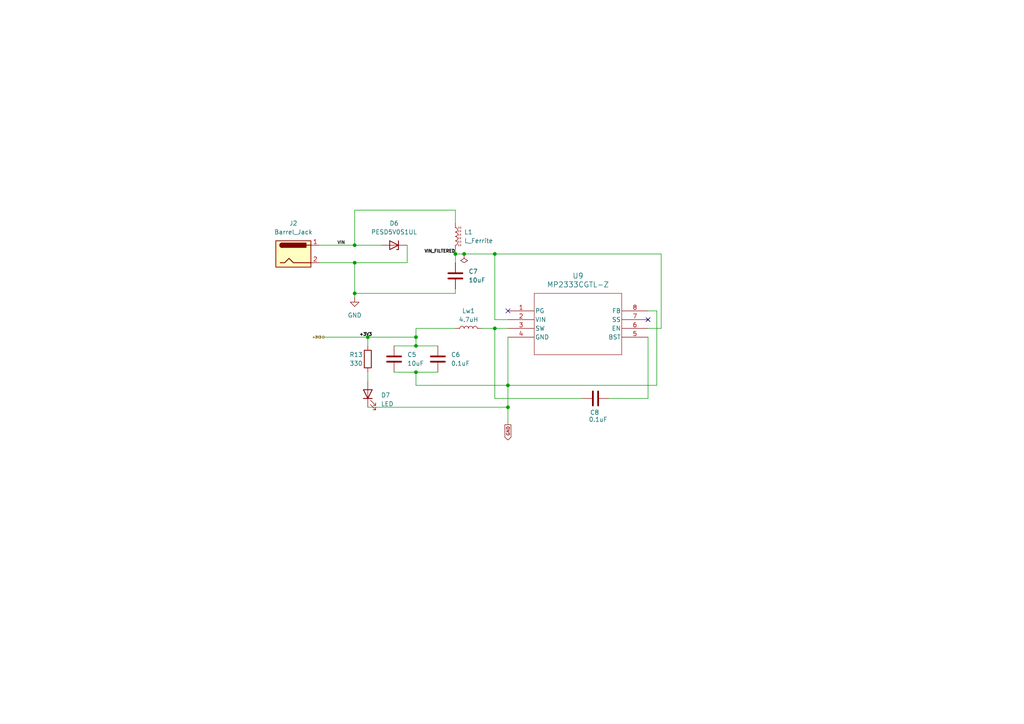
<source format=kicad_sch>
(kicad_sch
	(version 20250114)
	(generator "eeschema")
	(generator_version "9.0")
	(uuid "f61a3200-c54a-4e92-909d-9e48334055fc")
	(paper "A4")
	(lib_symbols
		(symbol "Connector:Barrel_Jack"
			(pin_names
				(offset 1.016)
			)
			(exclude_from_sim no)
			(in_bom yes)
			(on_board yes)
			(property "Reference" "J"
				(at 0 5.334 0)
				(effects
					(font
						(size 1.27 1.27)
					)
				)
			)
			(property "Value" "Barrel_Jack"
				(at 0 -5.08 0)
				(effects
					(font
						(size 1.27 1.27)
					)
				)
			)
			(property "Footprint" ""
				(at 1.27 -1.016 0)
				(effects
					(font
						(size 1.27 1.27)
					)
					(hide yes)
				)
			)
			(property "Datasheet" "~"
				(at 1.27 -1.016 0)
				(effects
					(font
						(size 1.27 1.27)
					)
					(hide yes)
				)
			)
			(property "Description" "DC Barrel Jack"
				(at 0 0 0)
				(effects
					(font
						(size 1.27 1.27)
					)
					(hide yes)
				)
			)
			(property "ki_keywords" "DC power barrel jack connector"
				(at 0 0 0)
				(effects
					(font
						(size 1.27 1.27)
					)
					(hide yes)
				)
			)
			(property "ki_fp_filters" "BarrelJack*"
				(at 0 0 0)
				(effects
					(font
						(size 1.27 1.27)
					)
					(hide yes)
				)
			)
			(symbol "Barrel_Jack_0_1"
				(rectangle
					(start -5.08 3.81)
					(end 5.08 -3.81)
					(stroke
						(width 0.254)
						(type default)
					)
					(fill
						(type background)
					)
				)
				(polyline
					(pts
						(xy -3.81 -2.54) (xy -2.54 -2.54) (xy -1.27 -1.27) (xy 0 -2.54) (xy 2.54 -2.54) (xy 5.08 -2.54)
					)
					(stroke
						(width 0.254)
						(type default)
					)
					(fill
						(type none)
					)
				)
				(arc
					(start -3.302 1.905)
					(mid -3.9343 2.54)
					(end -3.302 3.175)
					(stroke
						(width 0.254)
						(type default)
					)
					(fill
						(type none)
					)
				)
				(arc
					(start -3.302 1.905)
					(mid -3.9343 2.54)
					(end -3.302 3.175)
					(stroke
						(width 0.254)
						(type default)
					)
					(fill
						(type outline)
					)
				)
				(rectangle
					(start 3.683 3.175)
					(end -3.302 1.905)
					(stroke
						(width 0.254)
						(type default)
					)
					(fill
						(type outline)
					)
				)
				(polyline
					(pts
						(xy 5.08 2.54) (xy 3.81 2.54)
					)
					(stroke
						(width 0.254)
						(type default)
					)
					(fill
						(type none)
					)
				)
			)
			(symbol "Barrel_Jack_1_1"
				(pin passive line
					(at 7.62 2.54 180)
					(length 2.54)
					(name "~"
						(effects
							(font
								(size 1.27 1.27)
							)
						)
					)
					(number "1"
						(effects
							(font
								(size 1.27 1.27)
							)
						)
					)
				)
				(pin passive line
					(at 7.62 -2.54 180)
					(length 2.54)
					(name "~"
						(effects
							(font
								(size 1.27 1.27)
							)
						)
					)
					(number "2"
						(effects
							(font
								(size 1.27 1.27)
							)
						)
					)
				)
			)
			(embedded_fonts no)
		)
		(symbol "Device:C"
			(pin_numbers
				(hide yes)
			)
			(pin_names
				(offset 0.254)
			)
			(exclude_from_sim no)
			(in_bom yes)
			(on_board yes)
			(property "Reference" "C"
				(at 0.635 2.54 0)
				(effects
					(font
						(size 1.27 1.27)
					)
					(justify left)
				)
			)
			(property "Value" "C"
				(at 0.635 -2.54 0)
				(effects
					(font
						(size 1.27 1.27)
					)
					(justify left)
				)
			)
			(property "Footprint" ""
				(at 0.9652 -3.81 0)
				(effects
					(font
						(size 1.27 1.27)
					)
					(hide yes)
				)
			)
			(property "Datasheet" "~"
				(at 0 0 0)
				(effects
					(font
						(size 1.27 1.27)
					)
					(hide yes)
				)
			)
			(property "Description" "Unpolarized capacitor"
				(at 0 0 0)
				(effects
					(font
						(size 1.27 1.27)
					)
					(hide yes)
				)
			)
			(property "ki_keywords" "cap capacitor"
				(at 0 0 0)
				(effects
					(font
						(size 1.27 1.27)
					)
					(hide yes)
				)
			)
			(property "ki_fp_filters" "C_*"
				(at 0 0 0)
				(effects
					(font
						(size 1.27 1.27)
					)
					(hide yes)
				)
			)
			(symbol "C_0_1"
				(polyline
					(pts
						(xy -2.032 0.762) (xy 2.032 0.762)
					)
					(stroke
						(width 0.508)
						(type default)
					)
					(fill
						(type none)
					)
				)
				(polyline
					(pts
						(xy -2.032 -0.762) (xy 2.032 -0.762)
					)
					(stroke
						(width 0.508)
						(type default)
					)
					(fill
						(type none)
					)
				)
			)
			(symbol "C_1_1"
				(pin passive line
					(at 0 3.81 270)
					(length 2.794)
					(name "~"
						(effects
							(font
								(size 1.27 1.27)
							)
						)
					)
					(number "1"
						(effects
							(font
								(size 1.27 1.27)
							)
						)
					)
				)
				(pin passive line
					(at 0 -3.81 90)
					(length 2.794)
					(name "~"
						(effects
							(font
								(size 1.27 1.27)
							)
						)
					)
					(number "2"
						(effects
							(font
								(size 1.27 1.27)
							)
						)
					)
				)
			)
			(embedded_fonts no)
		)
		(symbol "Device:L"
			(pin_numbers
				(hide yes)
			)
			(pin_names
				(offset 1.016)
				(hide yes)
			)
			(exclude_from_sim no)
			(in_bom yes)
			(on_board yes)
			(property "Reference" "L"
				(at -1.27 0 90)
				(effects
					(font
						(size 1.27 1.27)
					)
				)
			)
			(property "Value" "L"
				(at 1.905 0 90)
				(effects
					(font
						(size 1.27 1.27)
					)
				)
			)
			(property "Footprint" ""
				(at 0 0 0)
				(effects
					(font
						(size 1.27 1.27)
					)
					(hide yes)
				)
			)
			(property "Datasheet" "~"
				(at 0 0 0)
				(effects
					(font
						(size 1.27 1.27)
					)
					(hide yes)
				)
			)
			(property "Description" "Inductor"
				(at 0 0 0)
				(effects
					(font
						(size 1.27 1.27)
					)
					(hide yes)
				)
			)
			(property "ki_keywords" "inductor choke coil reactor magnetic"
				(at 0 0 0)
				(effects
					(font
						(size 1.27 1.27)
					)
					(hide yes)
				)
			)
			(property "ki_fp_filters" "Choke_* *Coil* Inductor_* L_*"
				(at 0 0 0)
				(effects
					(font
						(size 1.27 1.27)
					)
					(hide yes)
				)
			)
			(symbol "L_0_1"
				(arc
					(start 0 2.54)
					(mid 0.6323 1.905)
					(end 0 1.27)
					(stroke
						(width 0)
						(type default)
					)
					(fill
						(type none)
					)
				)
				(arc
					(start 0 1.27)
					(mid 0.6323 0.635)
					(end 0 0)
					(stroke
						(width 0)
						(type default)
					)
					(fill
						(type none)
					)
				)
				(arc
					(start 0 0)
					(mid 0.6323 -0.635)
					(end 0 -1.27)
					(stroke
						(width 0)
						(type default)
					)
					(fill
						(type none)
					)
				)
				(arc
					(start 0 -1.27)
					(mid 0.6323 -1.905)
					(end 0 -2.54)
					(stroke
						(width 0)
						(type default)
					)
					(fill
						(type none)
					)
				)
			)
			(symbol "L_1_1"
				(pin passive line
					(at 0 3.81 270)
					(length 1.27)
					(name "1"
						(effects
							(font
								(size 1.27 1.27)
							)
						)
					)
					(number "1"
						(effects
							(font
								(size 1.27 1.27)
							)
						)
					)
				)
				(pin passive line
					(at 0 -3.81 90)
					(length 1.27)
					(name "2"
						(effects
							(font
								(size 1.27 1.27)
							)
						)
					)
					(number "2"
						(effects
							(font
								(size 1.27 1.27)
							)
						)
					)
				)
			)
			(embedded_fonts no)
		)
		(symbol "Device:LED"
			(pin_numbers
				(hide yes)
			)
			(pin_names
				(offset 1.016)
				(hide yes)
			)
			(exclude_from_sim no)
			(in_bom yes)
			(on_board yes)
			(property "Reference" "D"
				(at 0 2.54 0)
				(effects
					(font
						(size 1.27 1.27)
					)
				)
			)
			(property "Value" "LED"
				(at 0 -2.54 0)
				(effects
					(font
						(size 1.27 1.27)
					)
				)
			)
			(property "Footprint" ""
				(at 0 0 0)
				(effects
					(font
						(size 1.27 1.27)
					)
					(hide yes)
				)
			)
			(property "Datasheet" "~"
				(at 0 0 0)
				(effects
					(font
						(size 1.27 1.27)
					)
					(hide yes)
				)
			)
			(property "Description" "Light emitting diode"
				(at 0 0 0)
				(effects
					(font
						(size 1.27 1.27)
					)
					(hide yes)
				)
			)
			(property "Sim.Pins" "1=K 2=A"
				(at 0 0 0)
				(effects
					(font
						(size 1.27 1.27)
					)
					(hide yes)
				)
			)
			(property "ki_keywords" "LED diode"
				(at 0 0 0)
				(effects
					(font
						(size 1.27 1.27)
					)
					(hide yes)
				)
			)
			(property "ki_fp_filters" "LED* LED_SMD:* LED_THT:*"
				(at 0 0 0)
				(effects
					(font
						(size 1.27 1.27)
					)
					(hide yes)
				)
			)
			(symbol "LED_0_1"
				(polyline
					(pts
						(xy -3.048 -0.762) (xy -4.572 -2.286) (xy -3.81 -2.286) (xy -4.572 -2.286) (xy -4.572 -1.524)
					)
					(stroke
						(width 0)
						(type default)
					)
					(fill
						(type none)
					)
				)
				(polyline
					(pts
						(xy -1.778 -0.762) (xy -3.302 -2.286) (xy -2.54 -2.286) (xy -3.302 -2.286) (xy -3.302 -1.524)
					)
					(stroke
						(width 0)
						(type default)
					)
					(fill
						(type none)
					)
				)
				(polyline
					(pts
						(xy -1.27 0) (xy 1.27 0)
					)
					(stroke
						(width 0)
						(type default)
					)
					(fill
						(type none)
					)
				)
				(polyline
					(pts
						(xy -1.27 -1.27) (xy -1.27 1.27)
					)
					(stroke
						(width 0.254)
						(type default)
					)
					(fill
						(type none)
					)
				)
				(polyline
					(pts
						(xy 1.27 -1.27) (xy 1.27 1.27) (xy -1.27 0) (xy 1.27 -1.27)
					)
					(stroke
						(width 0.254)
						(type default)
					)
					(fill
						(type none)
					)
				)
			)
			(symbol "LED_1_1"
				(pin passive line
					(at -3.81 0 0)
					(length 2.54)
					(name "K"
						(effects
							(font
								(size 1.27 1.27)
							)
						)
					)
					(number "1"
						(effects
							(font
								(size 1.27 1.27)
							)
						)
					)
				)
				(pin passive line
					(at 3.81 0 180)
					(length 2.54)
					(name "A"
						(effects
							(font
								(size 1.27 1.27)
							)
						)
					)
					(number "2"
						(effects
							(font
								(size 1.27 1.27)
							)
						)
					)
				)
			)
			(embedded_fonts no)
		)
		(symbol "Device:L_Ferrite"
			(pin_numbers
				(hide yes)
			)
			(pin_names
				(offset 1.016)
				(hide yes)
			)
			(exclude_from_sim no)
			(in_bom yes)
			(on_board yes)
			(property "Reference" "L"
				(at -1.27 0 90)
				(effects
					(font
						(size 1.27 1.27)
					)
				)
			)
			(property "Value" "L_Ferrite"
				(at 2.794 0 90)
				(effects
					(font
						(size 1.27 1.27)
					)
				)
			)
			(property "Footprint" ""
				(at 0 0 0)
				(effects
					(font
						(size 1.27 1.27)
					)
					(hide yes)
				)
			)
			(property "Datasheet" "~"
				(at 0 0 0)
				(effects
					(font
						(size 1.27 1.27)
					)
					(hide yes)
				)
			)
			(property "Description" "Inductor with ferrite core"
				(at 0 0 0)
				(effects
					(font
						(size 1.27 1.27)
					)
					(hide yes)
				)
			)
			(property "ki_keywords" "inductor choke coil reactor magnetic"
				(at 0 0 0)
				(effects
					(font
						(size 1.27 1.27)
					)
					(hide yes)
				)
			)
			(property "ki_fp_filters" "Choke_* *Coil* Inductor_* L_*"
				(at 0 0 0)
				(effects
					(font
						(size 1.27 1.27)
					)
					(hide yes)
				)
			)
			(symbol "L_Ferrite_0_1"
				(arc
					(start 0 2.54)
					(mid 0.6323 1.905)
					(end 0 1.27)
					(stroke
						(width 0)
						(type default)
					)
					(fill
						(type none)
					)
				)
				(arc
					(start 0 1.27)
					(mid 0.6323 0.635)
					(end 0 0)
					(stroke
						(width 0)
						(type default)
					)
					(fill
						(type none)
					)
				)
				(arc
					(start 0 0)
					(mid 0.6323 -0.635)
					(end 0 -1.27)
					(stroke
						(width 0)
						(type default)
					)
					(fill
						(type none)
					)
				)
				(arc
					(start 0 -1.27)
					(mid 0.6323 -1.905)
					(end 0 -2.54)
					(stroke
						(width 0)
						(type default)
					)
					(fill
						(type none)
					)
				)
				(polyline
					(pts
						(xy 1.016 2.286) (xy 1.016 2.794)
					)
					(stroke
						(width 0)
						(type default)
					)
					(fill
						(type none)
					)
				)
				(polyline
					(pts
						(xy 1.016 1.27) (xy 1.016 1.778)
					)
					(stroke
						(width 0)
						(type default)
					)
					(fill
						(type none)
					)
				)
				(polyline
					(pts
						(xy 1.016 0.254) (xy 1.016 0.762)
					)
					(stroke
						(width 0)
						(type default)
					)
					(fill
						(type none)
					)
				)
				(polyline
					(pts
						(xy 1.016 -0.762) (xy 1.016 -0.254)
					)
					(stroke
						(width 0)
						(type default)
					)
					(fill
						(type none)
					)
				)
				(polyline
					(pts
						(xy 1.016 -1.778) (xy 1.016 -1.27)
					)
					(stroke
						(width 0)
						(type default)
					)
					(fill
						(type none)
					)
				)
				(polyline
					(pts
						(xy 1.016 -2.794) (xy 1.016 -2.286)
					)
					(stroke
						(width 0)
						(type default)
					)
					(fill
						(type none)
					)
				)
				(polyline
					(pts
						(xy 1.524 2.794) (xy 1.524 2.286)
					)
					(stroke
						(width 0)
						(type default)
					)
					(fill
						(type none)
					)
				)
				(polyline
					(pts
						(xy 1.524 1.778) (xy 1.524 1.27)
					)
					(stroke
						(width 0)
						(type default)
					)
					(fill
						(type none)
					)
				)
				(polyline
					(pts
						(xy 1.524 0.762) (xy 1.524 0.254)
					)
					(stroke
						(width 0)
						(type default)
					)
					(fill
						(type none)
					)
				)
				(polyline
					(pts
						(xy 1.524 -0.254) (xy 1.524 -0.762)
					)
					(stroke
						(width 0)
						(type default)
					)
					(fill
						(type none)
					)
				)
				(polyline
					(pts
						(xy 1.524 -1.27) (xy 1.524 -1.778)
					)
					(stroke
						(width 0)
						(type default)
					)
					(fill
						(type none)
					)
				)
				(polyline
					(pts
						(xy 1.524 -2.286) (xy 1.524 -2.794)
					)
					(stroke
						(width 0)
						(type default)
					)
					(fill
						(type none)
					)
				)
			)
			(symbol "L_Ferrite_1_1"
				(pin passive line
					(at 0 3.81 270)
					(length 1.27)
					(name "1"
						(effects
							(font
								(size 1.27 1.27)
							)
						)
					)
					(number "1"
						(effects
							(font
								(size 1.27 1.27)
							)
						)
					)
				)
				(pin passive line
					(at 0 -3.81 90)
					(length 1.27)
					(name "2"
						(effects
							(font
								(size 1.27 1.27)
							)
						)
					)
					(number "2"
						(effects
							(font
								(size 1.27 1.27)
							)
						)
					)
				)
			)
			(embedded_fonts no)
		)
		(symbol "Device:R"
			(pin_numbers
				(hide yes)
			)
			(pin_names
				(offset 0)
			)
			(exclude_from_sim no)
			(in_bom yes)
			(on_board yes)
			(property "Reference" "R"
				(at 2.032 0 90)
				(effects
					(font
						(size 1.27 1.27)
					)
				)
			)
			(property "Value" "R"
				(at 0 0 90)
				(effects
					(font
						(size 1.27 1.27)
					)
				)
			)
			(property "Footprint" ""
				(at -1.778 0 90)
				(effects
					(font
						(size 1.27 1.27)
					)
					(hide yes)
				)
			)
			(property "Datasheet" "~"
				(at 0 0 0)
				(effects
					(font
						(size 1.27 1.27)
					)
					(hide yes)
				)
			)
			(property "Description" "Resistor"
				(at 0 0 0)
				(effects
					(font
						(size 1.27 1.27)
					)
					(hide yes)
				)
			)
			(property "ki_keywords" "R res resistor"
				(at 0 0 0)
				(effects
					(font
						(size 1.27 1.27)
					)
					(hide yes)
				)
			)
			(property "ki_fp_filters" "R_*"
				(at 0 0 0)
				(effects
					(font
						(size 1.27 1.27)
					)
					(hide yes)
				)
			)
			(symbol "R_0_1"
				(rectangle
					(start -1.016 -2.54)
					(end 1.016 2.54)
					(stroke
						(width 0.254)
						(type default)
					)
					(fill
						(type none)
					)
				)
			)
			(symbol "R_1_1"
				(pin passive line
					(at 0 3.81 270)
					(length 1.27)
					(name "~"
						(effects
							(font
								(size 1.27 1.27)
							)
						)
					)
					(number "1"
						(effects
							(font
								(size 1.27 1.27)
							)
						)
					)
				)
				(pin passive line
					(at 0 -3.81 90)
					(length 1.27)
					(name "~"
						(effects
							(font
								(size 1.27 1.27)
							)
						)
					)
					(number "2"
						(effects
							(font
								(size 1.27 1.27)
							)
						)
					)
				)
			)
			(embedded_fonts no)
		)
		(symbol "Diode:PESD5V0S1UL"
			(pin_numbers
				(hide yes)
			)
			(pin_names
				(hide yes)
			)
			(exclude_from_sim no)
			(in_bom yes)
			(on_board yes)
			(property "Reference" "D"
				(at 0 2.54 0)
				(effects
					(font
						(size 1.27 1.27)
					)
				)
			)
			(property "Value" "PESD5V0S1UL"
				(at 0 -2.54 0)
				(effects
					(font
						(size 1.27 1.27)
					)
				)
			)
			(property "Footprint" "Diode_SMD:D_SOD-882"
				(at 0 -5.08 0)
				(effects
					(font
						(size 1.27 1.27)
					)
					(hide yes)
				)
			)
			(property "Datasheet" "https://assets.nexperia.com/documents/data-sheet/PESD5V0S1UL.pdf"
				(at 0 5.08 0)
				(effects
					(font
						(size 1.27 1.27)
					)
					(hide yes)
				)
			)
			(property "Description" "Unidirectional ESD protection diode, 5V, SOD-882"
				(at 0 7.62 0)
				(effects
					(font
						(size 1.27 1.27)
					)
					(hide yes)
				)
			)
			(property "ki_keywords" "diode"
				(at 0 0 0)
				(effects
					(font
						(size 1.27 1.27)
					)
					(hide yes)
				)
			)
			(property "ki_fp_filters" "D*SOD?882"
				(at 0 0 0)
				(effects
					(font
						(size 1.27 1.27)
					)
					(hide yes)
				)
			)
			(symbol "PESD5V0S1UL_0_1"
				(polyline
					(pts
						(xy -1.27 -1.27) (xy -1.27 1.27) (xy -0.762 1.27)
					)
					(stroke
						(width 0.254)
						(type default)
					)
					(fill
						(type none)
					)
				)
				(polyline
					(pts
						(xy 1.27 0) (xy -1.27 0)
					)
					(stroke
						(width 0)
						(type default)
					)
					(fill
						(type none)
					)
				)
				(polyline
					(pts
						(xy 1.27 -1.27) (xy 1.27 1.27) (xy -1.27 0) (xy 1.27 -1.27)
					)
					(stroke
						(width 0.254)
						(type default)
					)
					(fill
						(type none)
					)
				)
			)
			(symbol "PESD5V0S1UL_1_1"
				(pin passive line
					(at -3.81 0 0)
					(length 2.54)
					(name "K"
						(effects
							(font
								(size 1.27 1.27)
							)
						)
					)
					(number "1"
						(effects
							(font
								(size 1.27 1.27)
							)
						)
					)
				)
				(pin passive line
					(at 3.81 0 180)
					(length 2.54)
					(name "A"
						(effects
							(font
								(size 1.27 1.27)
							)
						)
					)
					(number "2"
						(effects
							(font
								(size 1.27 1.27)
							)
						)
					)
				)
			)
			(embedded_fonts no)
		)
		(symbol "MP2333CGTL-Z_1"
			(pin_names
				(offset 0.254)
			)
			(exclude_from_sim no)
			(in_bom yes)
			(on_board yes)
			(property "Reference" "U"
				(at 20.32 10.16 0)
				(effects
					(font
						(size 1.524 1.524)
					)
				)
			)
			(property "Value" "MP2333CGTL-Z"
				(at 20.32 7.62 0)
				(effects
					(font
						(size 1.524 1.524)
					)
				)
			)
			(property "Footprint" "SOT583_MP2333C_MNP"
				(at 0 0 0)
				(effects
					(font
						(size 1.27 1.27)
						(italic yes)
					)
					(hide yes)
				)
			)
			(property "Datasheet" "https://www.monolithicpower.com/en/documentview/productdocument/index/version/2/document_type/Datasheet/lang/en/sku/MP2333C"
				(at 0 0 0)
				(effects
					(font
						(size 1.27 1.27)
						(italic yes)
					)
					(hide yes)
				)
			)
			(property "Description" ""
				(at 0 0 0)
				(effects
					(font
						(size 1.27 1.27)
					)
					(hide yes)
				)
			)
			(property "ki_locked" ""
				(at 0 0 0)
				(effects
					(font
						(size 1.27 1.27)
					)
				)
			)
			(property "ki_keywords" "MP2333CGTL-Z"
				(at 0 0 0)
				(effects
					(font
						(size 1.27 1.27)
					)
					(hide yes)
				)
			)
			(property "ki_fp_filters" "SOT583_MP2333C_MNP SOT583_MP2333C_MNP-M SOT583_MP2333C_MNP-L"
				(at 0 0 0)
				(effects
					(font
						(size 1.27 1.27)
					)
					(hide yes)
				)
			)
			(symbol "MP2333CGTL-Z_1_0_1"
				(polyline
					(pts
						(xy 7.62 5.08) (xy 7.62 -12.7)
					)
					(stroke
						(width 0.127)
						(type default)
					)
					(fill
						(type none)
					)
				)
				(polyline
					(pts
						(xy 7.62 -12.7) (xy 33.02 -12.7)
					)
					(stroke
						(width 0.127)
						(type default)
					)
					(fill
						(type none)
					)
				)
				(polyline
					(pts
						(xy 33.02 5.08) (xy 7.62 5.08)
					)
					(stroke
						(width 0.127)
						(type default)
					)
					(fill
						(type none)
					)
				)
				(polyline
					(pts
						(xy 33.02 -12.7) (xy 33.02 5.08)
					)
					(stroke
						(width 0.127)
						(type default)
					)
					(fill
						(type none)
					)
				)
				(pin output line
					(at 0 0 0)
					(length 7.62)
					(name "PG"
						(effects
							(font
								(size 1.27 1.27)
							)
						)
					)
					(number "1"
						(effects
							(font
								(size 1.27 1.27)
							)
						)
					)
				)
				(pin power_in line
					(at 0 -2.54 0)
					(length 7.62)
					(name "VIN"
						(effects
							(font
								(size 1.27 1.27)
							)
						)
					)
					(number "2"
						(effects
							(font
								(size 1.27 1.27)
							)
						)
					)
				)
				(pin output line
					(at 0 -5.08 0)
					(length 7.62)
					(name "SW"
						(effects
							(font
								(size 1.27 1.27)
							)
						)
					)
					(number "3"
						(effects
							(font
								(size 1.27 1.27)
							)
						)
					)
				)
				(pin power_out line
					(at 0 -7.62 0)
					(length 7.62)
					(name "GND"
						(effects
							(font
								(size 1.27 1.27)
							)
						)
					)
					(number "4"
						(effects
							(font
								(size 1.27 1.27)
							)
						)
					)
				)
			)
			(symbol "MP2333CGTL-Z_1_1_1"
				(pin input line
					(at 40.64 0 180)
					(length 7.62)
					(name "FB"
						(effects
							(font
								(size 1.27 1.27)
							)
						)
					)
					(number "8"
						(effects
							(font
								(size 1.27 1.27)
							)
						)
					)
				)
				(pin no_connect line
					(at 40.64 -2.54 180)
					(length 7.62)
					(name "SS"
						(effects
							(font
								(size 1.27 1.27)
							)
						)
					)
					(number "7"
						(effects
							(font
								(size 1.27 1.27)
							)
						)
					)
				)
				(pin input line
					(at 40.64 -5.08 180)
					(length 7.62)
					(name "EN"
						(effects
							(font
								(size 1.27 1.27)
							)
						)
					)
					(number "6"
						(effects
							(font
								(size 1.27 1.27)
							)
						)
					)
				)
				(pin passive line
					(at 40.64 -7.62 180)
					(length 7.62)
					(name "BST"
						(effects
							(font
								(size 1.27 1.27)
							)
						)
					)
					(number "5"
						(effects
							(font
								(size 1.27 1.27)
							)
						)
					)
				)
			)
			(embedded_fonts no)
		)
		(symbol "power:GND"
			(power)
			(pin_numbers
				(hide yes)
			)
			(pin_names
				(offset 0)
				(hide yes)
			)
			(exclude_from_sim no)
			(in_bom yes)
			(on_board yes)
			(property "Reference" "#PWR"
				(at 0 -6.35 0)
				(effects
					(font
						(size 1.27 1.27)
					)
					(hide yes)
				)
			)
			(property "Value" "GND"
				(at 0 -3.81 0)
				(effects
					(font
						(size 1.27 1.27)
					)
				)
			)
			(property "Footprint" ""
				(at 0 0 0)
				(effects
					(font
						(size 1.27 1.27)
					)
					(hide yes)
				)
			)
			(property "Datasheet" ""
				(at 0 0 0)
				(effects
					(font
						(size 1.27 1.27)
					)
					(hide yes)
				)
			)
			(property "Description" "Power symbol creates a global label with name \"GND\" , ground"
				(at 0 0 0)
				(effects
					(font
						(size 1.27 1.27)
					)
					(hide yes)
				)
			)
			(property "ki_keywords" "global power"
				(at 0 0 0)
				(effects
					(font
						(size 1.27 1.27)
					)
					(hide yes)
				)
			)
			(symbol "GND_0_1"
				(polyline
					(pts
						(xy 0 0) (xy 0 -1.27) (xy 1.27 -1.27) (xy 0 -2.54) (xy -1.27 -1.27) (xy 0 -1.27)
					)
					(stroke
						(width 0)
						(type default)
					)
					(fill
						(type none)
					)
				)
			)
			(symbol "GND_1_1"
				(pin power_in line
					(at 0 0 270)
					(length 0)
					(name "~"
						(effects
							(font
								(size 1.27 1.27)
							)
						)
					)
					(number "1"
						(effects
							(font
								(size 1.27 1.27)
							)
						)
					)
				)
			)
			(embedded_fonts no)
		)
		(symbol "power:PWR_FLAG"
			(power)
			(pin_numbers
				(hide yes)
			)
			(pin_names
				(offset 0)
				(hide yes)
			)
			(exclude_from_sim no)
			(in_bom yes)
			(on_board yes)
			(property "Reference" "#FLG"
				(at 0 1.905 0)
				(effects
					(font
						(size 1.27 1.27)
					)
					(hide yes)
				)
			)
			(property "Value" "PWR_FLAG"
				(at 0 3.81 0)
				(effects
					(font
						(size 1.27 1.27)
					)
				)
			)
			(property "Footprint" ""
				(at 0 0 0)
				(effects
					(font
						(size 1.27 1.27)
					)
					(hide yes)
				)
			)
			(property "Datasheet" "~"
				(at 0 0 0)
				(effects
					(font
						(size 1.27 1.27)
					)
					(hide yes)
				)
			)
			(property "Description" "Special symbol for telling ERC where power comes from"
				(at 0 0 0)
				(effects
					(font
						(size 1.27 1.27)
					)
					(hide yes)
				)
			)
			(property "ki_keywords" "flag power"
				(at 0 0 0)
				(effects
					(font
						(size 1.27 1.27)
					)
					(hide yes)
				)
			)
			(symbol "PWR_FLAG_0_0"
				(pin power_out line
					(at 0 0 90)
					(length 0)
					(name "~"
						(effects
							(font
								(size 1.27 1.27)
							)
						)
					)
					(number "1"
						(effects
							(font
								(size 1.27 1.27)
							)
						)
					)
				)
			)
			(symbol "PWR_FLAG_0_1"
				(polyline
					(pts
						(xy 0 0) (xy 0 1.27) (xy -1.016 1.905) (xy 0 2.54) (xy 1.016 1.905) (xy 0 1.27)
					)
					(stroke
						(width 0)
						(type default)
					)
					(fill
						(type none)
					)
				)
			)
			(embedded_fonts no)
		)
	)
	(junction
		(at 120.65 100.33)
		(diameter 0)
		(color 0 0 0 0)
		(uuid "1f5e2346-fb38-4947-88cc-133e09ef4650")
	)
	(junction
		(at 102.87 71.12)
		(diameter 0)
		(color 0 0 0 0)
		(uuid "1f638b4a-2c29-45a4-ad97-b63967a9b935")
	)
	(junction
		(at 143.51 95.25)
		(diameter 0)
		(color 0 0 0 0)
		(uuid "298fb45f-eec2-4f73-87ef-e817c53309bc")
	)
	(junction
		(at 147.32 118.11)
		(diameter 0)
		(color 0 0 0 0)
		(uuid "2d4de401-16fe-49a2-90e1-07d0535f273d")
	)
	(junction
		(at 147.32 111.76)
		(diameter 0)
		(color 0 0 0 0)
		(uuid "386a49c1-c336-4b78-97a7-10c37be46159")
	)
	(junction
		(at 132.08 73.66)
		(diameter 0)
		(color 0 0 0 0)
		(uuid "413e76ea-a51c-4ddc-bd89-1d050db9799e")
	)
	(junction
		(at 120.65 107.95)
		(diameter 0)
		(color 0 0 0 0)
		(uuid "4dddcdb2-b3b5-4701-bcbb-1fee3520451e")
	)
	(junction
		(at 120.65 97.79)
		(diameter 0)
		(color 0 0 0 0)
		(uuid "73f57b1c-7efa-4a0b-91c6-c1349645383f")
	)
	(junction
		(at 134.62 73.66)
		(diameter 0)
		(color 0 0 0 0)
		(uuid "aaaa6c05-3a47-4118-b123-ffedcdb19bea")
	)
	(junction
		(at 143.51 73.66)
		(diameter 0)
		(color 0 0 0 0)
		(uuid "af908ef6-4658-4564-8e98-0abfff72bd80")
	)
	(junction
		(at 102.87 85.09)
		(diameter 0)
		(color 0 0 0 0)
		(uuid "c238207d-91cf-4bce-a858-37cd0d6c348b")
	)
	(junction
		(at 102.87 76.2)
		(diameter 0)
		(color 0 0 0 0)
		(uuid "eb3e8a2a-50e3-448a-881a-ef35852b1ca9")
	)
	(junction
		(at 106.68 97.79)
		(diameter 0)
		(color 0 0 0 0)
		(uuid "f7602dc3-582a-4073-809e-298da0b34c10")
	)
	(no_connect
		(at 147.32 90.17)
		(uuid "97252f9a-2457-4f71-86ed-30f58e086e64")
	)
	(no_connect
		(at 187.96 92.71)
		(uuid "9fc489f6-121e-4586-bbce-be8059ca750a")
	)
	(wire
		(pts
			(xy 102.87 71.12) (xy 110.49 71.12)
		)
		(stroke
			(width 0)
			(type default)
		)
		(uuid "0488c6b8-5260-42d4-9176-ba09c40fb6e7")
	)
	(wire
		(pts
			(xy 106.68 97.79) (xy 120.65 97.79)
		)
		(stroke
			(width 0)
			(type default)
		)
		(uuid "06333493-36d3-442d-84a8-f1675e85d438")
	)
	(wire
		(pts
			(xy 190.5 90.17) (xy 190.5 111.76)
		)
		(stroke
			(width 0)
			(type default)
		)
		(uuid "09bb0b4d-a06b-4dd2-9f47-388b68af82f2")
	)
	(wire
		(pts
			(xy 106.68 97.79) (xy 106.68 100.33)
		)
		(stroke
			(width 0)
			(type default)
		)
		(uuid "216d75ea-26b5-49cf-a130-78c05b2e1efa")
	)
	(wire
		(pts
			(xy 93.98 97.79) (xy 106.68 97.79)
		)
		(stroke
			(width 0)
			(type default)
		)
		(uuid "218a1bf6-241e-4dc2-ba8a-dba8726811a5")
	)
	(wire
		(pts
			(xy 143.51 95.25) (xy 143.51 115.57)
		)
		(stroke
			(width 0)
			(type default)
		)
		(uuid "23619a53-46fa-468c-8c93-11b90a447664")
	)
	(wire
		(pts
			(xy 114.3 100.33) (xy 120.65 100.33)
		)
		(stroke
			(width 0)
			(type default)
		)
		(uuid "2731e1f4-fc30-45cf-ab30-685a5fbb237a")
	)
	(wire
		(pts
			(xy 132.08 73.66) (xy 134.62 73.66)
		)
		(stroke
			(width 0)
			(type default)
		)
		(uuid "2a21eeb1-7ac7-4a95-8bda-ffd9e1f89ad8")
	)
	(wire
		(pts
			(xy 102.87 71.12) (xy 102.87 60.96)
		)
		(stroke
			(width 0)
			(type default)
		)
		(uuid "2f6b4e6b-e557-454f-9654-0c7c9f3a9c5c")
	)
	(wire
		(pts
			(xy 120.65 100.33) (xy 120.65 97.79)
		)
		(stroke
			(width 0)
			(type default)
		)
		(uuid "349ee56d-d737-4ae1-80f0-f1eb832b7d2c")
	)
	(wire
		(pts
			(xy 102.87 60.96) (xy 132.08 60.96)
		)
		(stroke
			(width 0)
			(type default)
		)
		(uuid "36560a7f-f74c-4eea-ad54-717c575a4461")
	)
	(wire
		(pts
			(xy 132.08 60.96) (xy 132.08 64.77)
		)
		(stroke
			(width 0)
			(type default)
		)
		(uuid "4bcbd1d2-59cb-4474-8905-128eac4327a2")
	)
	(wire
		(pts
			(xy 176.53 115.57) (xy 187.96 115.57)
		)
		(stroke
			(width 0)
			(type default)
		)
		(uuid "4d59a11b-7887-4781-aaa1-9db22b99ebd3")
	)
	(wire
		(pts
			(xy 147.32 97.79) (xy 147.32 111.76)
		)
		(stroke
			(width 0)
			(type default)
		)
		(uuid "4ea6203d-344f-497d-91df-d20f1342b7bf")
	)
	(wire
		(pts
			(xy 92.71 71.12) (xy 102.87 71.12)
		)
		(stroke
			(width 0)
			(type default)
		)
		(uuid "50d4b0b8-ea1a-4b3a-8740-671c948b3539")
	)
	(wire
		(pts
			(xy 187.96 90.17) (xy 190.5 90.17)
		)
		(stroke
			(width 0)
			(type default)
		)
		(uuid "54143db0-aba7-4764-ae34-4d488b1c861b")
	)
	(wire
		(pts
			(xy 120.65 100.33) (xy 127 100.33)
		)
		(stroke
			(width 0)
			(type default)
		)
		(uuid "5425966d-cbad-4510-838f-7a9eaa172b4f")
	)
	(wire
		(pts
			(xy 120.65 111.76) (xy 147.32 111.76)
		)
		(stroke
			(width 0)
			(type default)
		)
		(uuid "5578a52e-264a-4cfd-ad1c-2b7ff4ab8390")
	)
	(wire
		(pts
			(xy 106.68 118.11) (xy 147.32 118.11)
		)
		(stroke
			(width 0)
			(type default)
		)
		(uuid "59472fab-9978-435d-825b-17a4fcb1e347")
	)
	(wire
		(pts
			(xy 134.62 73.66) (xy 143.51 73.66)
		)
		(stroke
			(width 0)
			(type default)
		)
		(uuid "597e67ad-dade-498d-82da-e4d82118dd65")
	)
	(wire
		(pts
			(xy 143.51 95.25) (xy 147.32 95.25)
		)
		(stroke
			(width 0)
			(type default)
		)
		(uuid "59ff8ab2-2cc8-45b8-9277-5e82f622b5ec")
	)
	(wire
		(pts
			(xy 191.77 95.25) (xy 187.96 95.25)
		)
		(stroke
			(width 0)
			(type default)
		)
		(uuid "661d5d8b-9c90-4151-bf10-33d538b4a069")
	)
	(wire
		(pts
			(xy 102.87 76.2) (xy 102.87 85.09)
		)
		(stroke
			(width 0)
			(type default)
		)
		(uuid "6a526093-fdfa-435a-8bed-772498bcf81b")
	)
	(wire
		(pts
			(xy 191.77 73.66) (xy 191.77 95.25)
		)
		(stroke
			(width 0)
			(type default)
		)
		(uuid "6d9a5069-d0f0-424f-b768-438dd836dc86")
	)
	(wire
		(pts
			(xy 143.51 73.66) (xy 143.51 92.71)
		)
		(stroke
			(width 0)
			(type default)
		)
		(uuid "744b424e-1aff-4f5a-9c4d-043f7be6c905")
	)
	(wire
		(pts
			(xy 120.65 97.79) (xy 120.65 95.25)
		)
		(stroke
			(width 0)
			(type default)
		)
		(uuid "77050e33-a330-4278-a14e-ef2fd67a5a1e")
	)
	(wire
		(pts
			(xy 106.68 110.49) (xy 106.68 107.95)
		)
		(stroke
			(width 0)
			(type default)
		)
		(uuid "77a1afac-91ce-496d-bd66-04db8329311c")
	)
	(wire
		(pts
			(xy 147.32 118.11) (xy 147.32 123.19)
		)
		(stroke
			(width 0)
			(type default)
		)
		(uuid "880b73c5-7737-4604-be00-443be76a259d")
	)
	(wire
		(pts
			(xy 92.71 76.2) (xy 102.87 76.2)
		)
		(stroke
			(width 0)
			(type default)
		)
		(uuid "8dd7d994-021e-4a28-9c0c-608f84dc8656")
	)
	(wire
		(pts
			(xy 139.7 95.25) (xy 143.51 95.25)
		)
		(stroke
			(width 0)
			(type default)
		)
		(uuid "91a4db71-ad84-4f57-87e9-785f3eaf2f70")
	)
	(wire
		(pts
			(xy 114.3 107.95) (xy 120.65 107.95)
		)
		(stroke
			(width 0)
			(type default)
		)
		(uuid "9c2b9d56-107e-460a-b5c9-4f7e0c53ad4a")
	)
	(wire
		(pts
			(xy 102.87 85.09) (xy 102.87 86.36)
		)
		(stroke
			(width 0)
			(type default)
		)
		(uuid "a068b36f-415c-409d-a60b-ebec9e3691cd")
	)
	(wire
		(pts
			(xy 147.32 111.76) (xy 147.32 118.11)
		)
		(stroke
			(width 0)
			(type default)
		)
		(uuid "a329c343-df9c-4922-8bfe-d80b5336e6e0")
	)
	(wire
		(pts
			(xy 190.5 111.76) (xy 147.32 111.76)
		)
		(stroke
			(width 0)
			(type default)
		)
		(uuid "b36ee8b2-5511-4f57-85fb-9e171fd67829")
	)
	(wire
		(pts
			(xy 120.65 107.95) (xy 127 107.95)
		)
		(stroke
			(width 0)
			(type default)
		)
		(uuid "c8a9e6ec-a7b0-4e47-9720-d63d5b27b003")
	)
	(wire
		(pts
			(xy 118.11 71.12) (xy 118.11 76.2)
		)
		(stroke
			(width 0)
			(type default)
		)
		(uuid "cc422b83-a9de-4c63-8059-efe3ff1881d9")
	)
	(wire
		(pts
			(xy 187.96 115.57) (xy 187.96 97.79)
		)
		(stroke
			(width 0)
			(type default)
		)
		(uuid "cde23ef4-dbb8-4289-9f54-a0f5a2b9291b")
	)
	(wire
		(pts
			(xy 132.08 73.66) (xy 132.08 76.2)
		)
		(stroke
			(width 0)
			(type default)
		)
		(uuid "d8bf8a69-2e66-469b-b2b9-da0521ce93a8")
	)
	(wire
		(pts
			(xy 120.65 95.25) (xy 132.08 95.25)
		)
		(stroke
			(width 0)
			(type default)
		)
		(uuid "da924653-3565-43cd-bbec-0c27e298267c")
	)
	(wire
		(pts
			(xy 143.51 73.66) (xy 191.77 73.66)
		)
		(stroke
			(width 0)
			(type default)
		)
		(uuid "ddcbb5f1-6491-4860-b4fd-144cf5b6198d")
	)
	(wire
		(pts
			(xy 102.87 85.09) (xy 132.08 85.09)
		)
		(stroke
			(width 0)
			(type default)
		)
		(uuid "df0a4cc0-3850-42ff-bcd2-e6d66c21a4a6")
	)
	(wire
		(pts
			(xy 118.11 76.2) (xy 102.87 76.2)
		)
		(stroke
			(width 0)
			(type default)
		)
		(uuid "e5ba2ea6-26ff-4e39-96a7-8ab6a25240ee")
	)
	(wire
		(pts
			(xy 143.51 92.71) (xy 147.32 92.71)
		)
		(stroke
			(width 0)
			(type default)
		)
		(uuid "e768a6ce-44c3-4310-9a58-e8cd5ba77553")
	)
	(wire
		(pts
			(xy 132.08 85.09) (xy 132.08 83.82)
		)
		(stroke
			(width 0)
			(type default)
		)
		(uuid "e7a4c4b1-c69e-4ad1-b1f7-9ddb98b8c469")
	)
	(wire
		(pts
			(xy 132.08 72.39) (xy 132.08 73.66)
		)
		(stroke
			(width 0)
			(type default)
		)
		(uuid "eb8e0db9-9b7f-475e-b253-d37b151d9d51")
	)
	(wire
		(pts
			(xy 143.51 115.57) (xy 168.91 115.57)
		)
		(stroke
			(width 0)
			(type default)
		)
		(uuid "f8361438-52c2-4390-bc41-525b21acae3c")
	)
	(wire
		(pts
			(xy 120.65 107.95) (xy 120.65 111.76)
		)
		(stroke
			(width 0)
			(type default)
		)
		(uuid "fe45e2d1-df2d-4b54-b61d-fa2bc9d238dc")
	)
	(label "VIN"
		(at 97.79 71.12 0)
		(effects
			(font
				(size 0.889 0.889)
				(thickness 0.1778)
				(bold yes)
			)
			(justify left bottom)
		)
		(uuid "1d9b72c0-d702-45e8-9e38-204feb884469")
	)
	(label "+3V3"
		(at 104.14 97.79 0)
		(effects
			(font
				(size 0.889 0.889)
				(thickness 0.254)
				(bold yes)
			)
			(justify left bottom)
		)
		(uuid "2bb1f1c0-396b-4320-9f4f-673a1dfd3a74")
	)
	(label "VIN_FILTERED"
		(at 132.08 73.66 180)
		(effects
			(font
				(size 0.889 0.889)
				(thickness 0.254)
				(bold yes)
			)
			(justify right bottom)
		)
		(uuid "f6b98fe9-2a8b-4e32-a617-08fb2fc1983e")
	)
	(global_label "GND"
		(shape output)
		(at 147.32 123.19 270)
		(fields_autoplaced yes)
		(effects
			(font
				(size 0.889 0.889)
			)
			(justify right)
		)
		(uuid "77a073fe-72cd-4461-a39f-7ca5497c21dd")
		(property "Intersheetrefs" "${INTERSHEET_REFS}"
			(at 147.32 127.9888 90)
			(effects
				(font
					(size 1.27 1.27)
				)
				(justify right)
				(hide yes)
			)
		)
	)
	(hierarchical_label "+3V3"
		(shape output)
		(at 93.98 97.79 180)
		(effects
			(font
				(size 0.635 0.635)
				(thickness 0.254)
				(bold yes)
			)
			(justify right)
		)
		(uuid "85ad1d94-7a82-46be-b87c-9ab13ca2049f")
	)
	(symbol
		(lib_id "Device:C")
		(at 114.3 104.14 0)
		(unit 1)
		(exclude_from_sim no)
		(in_bom yes)
		(on_board yes)
		(dnp no)
		(fields_autoplaced yes)
		(uuid "004cdf7f-f1ee-4c6f-b2c9-caf54433feb4")
		(property "Reference" "C5"
			(at 118.11 102.8699 0)
			(effects
				(font
					(size 1.27 1.27)
				)
				(justify left)
			)
		)
		(property "Value" "10uF"
			(at 118.11 105.4099 0)
			(effects
				(font
					(size 1.27 1.27)
				)
				(justify left)
			)
		)
		(property "Footprint" "Capacitor_SMD:C_0603_1608Metric"
			(at 115.2652 107.95 0)
			(effects
				(font
					(size 1.27 1.27)
				)
				(hide yes)
			)
		)
		(property "Datasheet" "~"
			(at 114.3 104.14 0)
			(effects
				(font
					(size 1.27 1.27)
				)
				(hide yes)
			)
		)
		(property "Description" "Unpolarized capacitor"
			(at 114.3 104.14 0)
			(effects
				(font
					(size 1.27 1.27)
				)
				(hide yes)
			)
		)
		(pin "2"
			(uuid "7c29e9ac-5d25-4cf1-bce6-b39eafd144ef")
		)
		(pin "1"
			(uuid "0d5b1640-1a85-413d-8ba1-cf8b028d99d7")
		)
		(instances
			(project ""
				(path "/585dc905-ec5f-492d-84ec-1a3c89419c03/1d0f3108-3ff9-4a71-be60-911b90cc29c2"
					(reference "C5")
					(unit 1)
				)
			)
		)
	)
	(symbol
		(lib_id "power:PWR_FLAG")
		(at 134.62 73.66 180)
		(unit 1)
		(exclude_from_sim no)
		(in_bom yes)
		(on_board yes)
		(dnp no)
		(fields_autoplaced yes)
		(uuid "0bec6397-8c74-4cee-8d6c-f3d0259eaa5d")
		(property "Reference" "#FLG01"
			(at 134.62 75.565 0)
			(effects
				(font
					(size 1.27 1.27)
				)
				(hide yes)
			)
		)
		(property "Value" "PWR_FLAG"
			(at 134.6199 77.47 90)
			(effects
				(font
					(size 1.27 1.27)
				)
				(justify left)
				(hide yes)
			)
		)
		(property "Footprint" ""
			(at 134.62 73.66 0)
			(effects
				(font
					(size 1.27 1.27)
				)
				(hide yes)
			)
		)
		(property "Datasheet" "~"
			(at 134.62 73.66 0)
			(effects
				(font
					(size 1.27 1.27)
				)
				(hide yes)
			)
		)
		(property "Description" "Special symbol for telling ERC where power comes from"
			(at 134.62 73.66 0)
			(effects
				(font
					(size 1.27 1.27)
				)
				(hide yes)
			)
		)
		(pin "1"
			(uuid "a8777593-bf02-449c-8c45-611e579f0fb4")
		)
		(instances
			(project ""
				(path "/585dc905-ec5f-492d-84ec-1a3c89419c03/1d0f3108-3ff9-4a71-be60-911b90cc29c2"
					(reference "#FLG01")
					(unit 1)
				)
			)
		)
	)
	(symbol
		(lib_id "Device:LED")
		(at 106.68 114.3 90)
		(unit 1)
		(exclude_from_sim no)
		(in_bom yes)
		(on_board yes)
		(dnp no)
		(fields_autoplaced yes)
		(uuid "393292bc-6606-437b-8401-bdfde166cd6d")
		(property "Reference" "D7"
			(at 110.49 114.6174 90)
			(effects
				(font
					(size 1.27 1.27)
				)
				(justify right)
			)
		)
		(property "Value" "LED"
			(at 110.49 117.1574 90)
			(effects
				(font
					(size 1.27 1.27)
				)
				(justify right)
			)
		)
		(property "Footprint" "LED_SMD:LED_0603_1608Metric"
			(at 106.68 114.3 0)
			(effects
				(font
					(size 1.27 1.27)
				)
				(hide yes)
			)
		)
		(property "Datasheet" "~"
			(at 106.68 114.3 0)
			(effects
				(font
					(size 1.27 1.27)
				)
				(hide yes)
			)
		)
		(property "Description" "Light emitting diode"
			(at 106.68 114.3 0)
			(effects
				(font
					(size 1.27 1.27)
				)
				(hide yes)
			)
		)
		(property "Sim.Pins" "1=K 2=A"
			(at 106.68 114.3 0)
			(effects
				(font
					(size 1.27 1.27)
				)
				(hide yes)
			)
		)
		(pin "2"
			(uuid "4bed8993-10d7-4252-a07b-72c7ed3891c5")
		)
		(pin "1"
			(uuid "049a3350-f2f1-460f-9e73-0b4ff69c1596")
		)
		(instances
			(project ""
				(path "/585dc905-ec5f-492d-84ec-1a3c89419c03/1d0f3108-3ff9-4a71-be60-911b90cc29c2"
					(reference "D7")
					(unit 1)
				)
			)
		)
	)
	(symbol
		(lib_id "Device:L_Ferrite")
		(at 132.08 68.58 0)
		(unit 1)
		(exclude_from_sim no)
		(in_bom yes)
		(on_board yes)
		(dnp no)
		(fields_autoplaced yes)
		(uuid "51a223ed-940c-4067-a930-18ead142e73b")
		(property "Reference" "L1"
			(at 134.62 67.3099 0)
			(effects
				(font
					(size 1.27 1.27)
				)
				(justify left)
			)
		)
		(property "Value" "L_Ferrite"
			(at 134.62 69.8499 0)
			(effects
				(font
					(size 1.27 1.27)
				)
				(justify left)
			)
		)
		(property "Footprint" "Inductor_SMD:L_0603_1608Metric"
			(at 132.08 68.58 0)
			(effects
				(font
					(size 1.27 1.27)
				)
				(hide yes)
			)
		)
		(property "Datasheet" "~"
			(at 132.08 68.58 0)
			(effects
				(font
					(size 1.27 1.27)
				)
				(hide yes)
			)
		)
		(property "Description" "Inductor with ferrite core"
			(at 132.08 68.58 0)
			(effects
				(font
					(size 1.27 1.27)
				)
				(hide yes)
			)
		)
		(pin "1"
			(uuid "10108b22-55dd-4505-a0aa-b00fe37f4adf")
		)
		(pin "2"
			(uuid "afa54264-bc96-486e-b3b1-bfcccb49e7b6")
		)
		(instances
			(project ""
				(path "/585dc905-ec5f-492d-84ec-1a3c89419c03/1d0f3108-3ff9-4a71-be60-911b90cc29c2"
					(reference "L1")
					(unit 1)
				)
			)
		)
	)
	(symbol
		(lib_id "power:GND")
		(at 102.87 86.36 0)
		(unit 1)
		(exclude_from_sim no)
		(in_bom yes)
		(on_board yes)
		(dnp no)
		(fields_autoplaced yes)
		(uuid "5713f85d-2ca3-47a2-a695-b38d7d526843")
		(property "Reference" "#PWR07"
			(at 102.87 92.71 0)
			(effects
				(font
					(size 1.27 1.27)
				)
				(hide yes)
			)
		)
		(property "Value" "GND"
			(at 102.87 91.44 0)
			(effects
				(font
					(size 1.27 1.27)
				)
			)
		)
		(property "Footprint" ""
			(at 102.87 86.36 0)
			(effects
				(font
					(size 1.27 1.27)
				)
				(hide yes)
			)
		)
		(property "Datasheet" ""
			(at 102.87 86.36 0)
			(effects
				(font
					(size 1.27 1.27)
				)
				(hide yes)
			)
		)
		(property "Description" "Power symbol creates a global label with name \"GND\" , ground"
			(at 102.87 86.36 0)
			(effects
				(font
					(size 1.27 1.27)
				)
				(hide yes)
			)
		)
		(pin "1"
			(uuid "eaba29a1-fc0c-49a2-94c3-fab8b10985ec")
		)
		(instances
			(project ""
				(path "/585dc905-ec5f-492d-84ec-1a3c89419c03/1d0f3108-3ff9-4a71-be60-911b90cc29c2"
					(reference "#PWR07")
					(unit 1)
				)
			)
		)
	)
	(symbol
		(lib_id "Diode:PESD5V0S1UL")
		(at 114.3 71.12 180)
		(unit 1)
		(exclude_from_sim no)
		(in_bom yes)
		(on_board yes)
		(dnp no)
		(fields_autoplaced yes)
		(uuid "8927b237-d8cf-4e9f-a4f1-7c76808ffca5")
		(property "Reference" "D6"
			(at 114.3 64.77 0)
			(effects
				(font
					(size 1.27 1.27)
				)
			)
		)
		(property "Value" "PESD5V0S1UL"
			(at 114.3 67.31 0)
			(effects
				(font
					(size 1.27 1.27)
				)
			)
		)
		(property "Footprint" "Diode_SMD:D_SOD-882"
			(at 114.3 66.04 0)
			(effects
				(font
					(size 1.27 1.27)
				)
				(hide yes)
			)
		)
		(property "Datasheet" "https://assets.nexperia.com/documents/data-sheet/PESD5V0S1UL.pdf"
			(at 114.3 76.2 0)
			(effects
				(font
					(size 1.27 1.27)
				)
				(hide yes)
			)
		)
		(property "Description" "Unidirectional ESD protection diode, 5V, SOD-882"
			(at 114.3 78.74 0)
			(effects
				(font
					(size 1.27 1.27)
				)
				(hide yes)
			)
		)
		(pin "2"
			(uuid "39891104-e7c3-4f10-a742-696b6d2fdfa6")
		)
		(pin "1"
			(uuid "fb421568-126a-40a6-a981-0f85a904a610")
		)
		(instances
			(project ""
				(path "/585dc905-ec5f-492d-84ec-1a3c89419c03/1d0f3108-3ff9-4a71-be60-911b90cc29c2"
					(reference "D6")
					(unit 1)
				)
			)
		)
	)
	(symbol
		(lib_name "MP2333CGTL-Z_1")
		(lib_id "MP2333:MP2333CGTL-Z")
		(at 147.32 90.17 0)
		(unit 1)
		(exclude_from_sim no)
		(in_bom yes)
		(on_board yes)
		(dnp no)
		(fields_autoplaced yes)
		(uuid "9cd0d661-ca4c-4df5-9204-1a1933074d9a")
		(property "Reference" "U9"
			(at 167.64 80.01 0)
			(effects
				(font
					(size 1.524 1.524)
				)
			)
		)
		(property "Value" "MP2333CGTL-Z"
			(at 167.64 82.55 0)
			(effects
				(font
					(size 1.524 1.524)
				)
			)
		)
		(property "Footprint" "MP2333:SOT583_MP2333C_MNP"
			(at 147.32 90.17 0)
			(effects
				(font
					(size 1.27 1.27)
					(italic yes)
				)
				(hide yes)
			)
		)
		(property "Datasheet" "https://www.monolithicpower.com/en/documentview/productdocument/index/version/2/document_type/Datasheet/lang/en/sku/MP2333C"
			(at 147.32 90.17 0)
			(effects
				(font
					(size 1.27 1.27)
					(italic yes)
				)
				(hide yes)
			)
		)
		(property "Description" ""
			(at 147.32 90.17 0)
			(effects
				(font
					(size 1.27 1.27)
				)
				(hide yes)
			)
		)
		(pin "6"
			(uuid "4853a1c0-d0f9-4a5f-bce5-7dc499234725")
		)
		(pin "3"
			(uuid "6d34ff2d-d04b-4589-93e3-18c82a2f86a1")
		)
		(pin "7"
			(uuid "660edcb5-a677-41ae-97b6-d3b340ca0b61")
		)
		(pin "5"
			(uuid "6d794ba8-2619-4c1d-bd75-e10c985d1254")
		)
		(pin "2"
			(uuid "b0682aaf-8909-45bd-95a7-7ee6e0d76f04")
		)
		(pin "4"
			(uuid "da262e89-1b99-41bc-835b-0cca75a823b4")
		)
		(pin "1"
			(uuid "b3636af8-0b94-4107-895f-daab4f90b326")
		)
		(pin "8"
			(uuid "8235db3d-8a51-44c6-b569-3338d4f4a4be")
		)
		(instances
			(project ""
				(path "/585dc905-ec5f-492d-84ec-1a3c89419c03/1d0f3108-3ff9-4a71-be60-911b90cc29c2"
					(reference "U9")
					(unit 1)
				)
			)
		)
	)
	(symbol
		(lib_id "Device:C")
		(at 132.08 80.01 0)
		(unit 1)
		(exclude_from_sim no)
		(in_bom yes)
		(on_board yes)
		(dnp no)
		(fields_autoplaced yes)
		(uuid "9ef018ac-1af3-430f-9093-b11acbab910e")
		(property "Reference" "C7"
			(at 135.89 78.7399 0)
			(effects
				(font
					(size 1.27 1.27)
				)
				(justify left)
			)
		)
		(property "Value" "10uF"
			(at 135.89 81.2799 0)
			(effects
				(font
					(size 1.27 1.27)
				)
				(justify left)
			)
		)
		(property "Footprint" "Capacitor_SMD:C_0603_1608Metric"
			(at 133.0452 83.82 0)
			(effects
				(font
					(size 1.27 1.27)
				)
				(hide yes)
			)
		)
		(property "Datasheet" "~"
			(at 132.08 80.01 0)
			(effects
				(font
					(size 1.27 1.27)
				)
				(hide yes)
			)
		)
		(property "Description" "Unpolarized capacitor"
			(at 132.08 80.01 0)
			(effects
				(font
					(size 1.27 1.27)
				)
				(hide yes)
			)
		)
		(pin "2"
			(uuid "613bd897-bdf4-4da4-845b-423f2d1f0f58")
		)
		(pin "1"
			(uuid "c2164377-2ff3-413e-9918-46435052dd92")
		)
		(instances
			(project ""
				(path "/585dc905-ec5f-492d-84ec-1a3c89419c03/1d0f3108-3ff9-4a71-be60-911b90cc29c2"
					(reference "C7")
					(unit 1)
				)
			)
		)
	)
	(symbol
		(lib_id "Device:L")
		(at 135.89 95.25 90)
		(unit 1)
		(exclude_from_sim no)
		(in_bom yes)
		(on_board yes)
		(dnp no)
		(fields_autoplaced yes)
		(uuid "9f29b818-ff1c-4030-a683-fb0aad2f3077")
		(property "Reference" "Lw1"
			(at 135.89 90.17 90)
			(effects
				(font
					(size 1.27 1.27)
				)
			)
		)
		(property "Value" "4.7uH"
			(at 135.89 92.71 90)
			(effects
				(font
					(size 1.27 1.27)
				)
			)
		)
		(property "Footprint" "Inductor_SMD:L_1008_2520Metric"
			(at 135.89 95.25 0)
			(effects
				(font
					(size 1.27 1.27)
				)
				(hide yes)
			)
		)
		(property "Datasheet" "~"
			(at 135.89 95.25 0)
			(effects
				(font
					(size 1.27 1.27)
				)
				(hide yes)
			)
		)
		(property "Description" "Inductor"
			(at 135.89 95.25 0)
			(effects
				(font
					(size 1.27 1.27)
				)
				(hide yes)
			)
		)
		(pin "1"
			(uuid "cb862332-16e9-440c-a1af-03f42de14743")
		)
		(pin "2"
			(uuid "3bf24c31-4102-497f-8a75-cc314ffab201")
		)
		(instances
			(project ""
				(path "/585dc905-ec5f-492d-84ec-1a3c89419c03/1d0f3108-3ff9-4a71-be60-911b90cc29c2"
					(reference "Lw1")
					(unit 1)
				)
			)
		)
	)
	(symbol
		(lib_id "Connector:Barrel_Jack")
		(at 85.09 73.66 0)
		(unit 1)
		(exclude_from_sim no)
		(in_bom yes)
		(on_board yes)
		(dnp no)
		(fields_autoplaced yes)
		(uuid "a231168b-1b35-4cf8-a681-30b079ce71d8")
		(property "Reference" "J2"
			(at 85.09 64.77 0)
			(effects
				(font
					(size 1.27 1.27)
				)
			)
		)
		(property "Value" "Barrel_Jack"
			(at 85.09 67.31 0)
			(effects
				(font
					(size 1.27 1.27)
				)
			)
		)
		(property "Footprint" "Connector_BarrelJack:BarrelJack_Horizontal"
			(at 86.36 74.676 0)
			(effects
				(font
					(size 1.27 1.27)
				)
				(hide yes)
			)
		)
		(property "Datasheet" "~"
			(at 86.36 74.676 0)
			(effects
				(font
					(size 1.27 1.27)
				)
				(hide yes)
			)
		)
		(property "Description" "DC Barrel Jack"
			(at 85.09 73.66 0)
			(effects
				(font
					(size 1.27 1.27)
				)
				(hide yes)
			)
		)
		(pin "2"
			(uuid "c41d46c9-fd80-4c0f-bc0f-a176cc9cae11")
		)
		(pin "1"
			(uuid "0dc7e536-e05f-4f3b-80bf-8c3f0dbdea56")
		)
		(instances
			(project ""
				(path "/585dc905-ec5f-492d-84ec-1a3c89419c03/1d0f3108-3ff9-4a71-be60-911b90cc29c2"
					(reference "J2")
					(unit 1)
				)
			)
		)
	)
	(symbol
		(lib_id "Device:C")
		(at 172.72 115.57 270)
		(unit 1)
		(exclude_from_sim no)
		(in_bom yes)
		(on_board yes)
		(dnp no)
		(uuid "c4eaef90-ee18-4fae-a6a9-fe0a70c47b7d")
		(property "Reference" "C8"
			(at 172.466 119.634 90)
			(effects
				(font
					(size 1.27 1.27)
				)
			)
		)
		(property "Value" "0.1uF"
			(at 173.482 121.666 90)
			(effects
				(font
					(size 1.27 1.27)
				)
			)
		)
		(property "Footprint" "Capacitor_SMD:C_0603_1608Metric"
			(at 168.91 116.5352 0)
			(effects
				(font
					(size 1.27 1.27)
				)
				(hide yes)
			)
		)
		(property "Datasheet" "~"
			(at 172.72 115.57 0)
			(effects
				(font
					(size 1.27 1.27)
				)
				(hide yes)
			)
		)
		(property "Description" "Unpolarized capacitor"
			(at 172.72 115.57 0)
			(effects
				(font
					(size 1.27 1.27)
				)
				(hide yes)
			)
		)
		(pin "1"
			(uuid "87da1262-c6aa-4f15-8c30-fedef61fbc87")
		)
		(pin "2"
			(uuid "1f0496cd-73d4-48e9-8bff-e93bf915de6d")
		)
		(instances
			(project ""
				(path "/585dc905-ec5f-492d-84ec-1a3c89419c03/1d0f3108-3ff9-4a71-be60-911b90cc29c2"
					(reference "C8")
					(unit 1)
				)
			)
		)
	)
	(symbol
		(lib_id "Device:C")
		(at 127 104.14 0)
		(unit 1)
		(exclude_from_sim no)
		(in_bom yes)
		(on_board yes)
		(dnp no)
		(fields_autoplaced yes)
		(uuid "e265c380-f995-45ef-8dd8-908dd94aa7d8")
		(property "Reference" "C6"
			(at 130.81 102.8699 0)
			(effects
				(font
					(size 1.27 1.27)
				)
				(justify left)
			)
		)
		(property "Value" "0.1uF"
			(at 130.81 105.4099 0)
			(effects
				(font
					(size 1.27 1.27)
				)
				(justify left)
			)
		)
		(property "Footprint" "Capacitor_SMD:C_0603_1608Metric"
			(at 127.9652 107.95 0)
			(effects
				(font
					(size 1.27 1.27)
				)
				(hide yes)
			)
		)
		(property "Datasheet" "~"
			(at 127 104.14 0)
			(effects
				(font
					(size 1.27 1.27)
				)
				(hide yes)
			)
		)
		(property "Description" "Unpolarized capacitor"
			(at 127 104.14 0)
			(effects
				(font
					(size 1.27 1.27)
				)
				(hide yes)
			)
		)
		(pin "2"
			(uuid "7c29e9ac-5d25-4cf1-bce6-b39eafd144f0")
		)
		(pin "1"
			(uuid "0d5b1640-1a85-413d-8ba1-cf8b028d99d8")
		)
		(instances
			(project ""
				(path "/585dc905-ec5f-492d-84ec-1a3c89419c03/1d0f3108-3ff9-4a71-be60-911b90cc29c2"
					(reference "C6")
					(unit 1)
				)
			)
		)
	)
	(symbol
		(lib_id "Device:R")
		(at 106.68 104.14 0)
		(unit 1)
		(exclude_from_sim no)
		(in_bom yes)
		(on_board yes)
		(dnp no)
		(uuid "fa474c71-5b83-42de-81a6-9af62ce9a408")
		(property "Reference" "R13"
			(at 101.346 102.87 0)
			(effects
				(font
					(size 1.27 1.27)
				)
				(justify left)
			)
		)
		(property "Value" "330"
			(at 101.346 105.41 0)
			(effects
				(font
					(size 1.27 1.27)
				)
				(justify left)
			)
		)
		(property "Footprint" "Resistor_SMD:R_0603_1608Metric"
			(at 104.902 104.14 90)
			(effects
				(font
					(size 1.27 1.27)
				)
				(hide yes)
			)
		)
		(property "Datasheet" "~"
			(at 106.68 104.14 0)
			(effects
				(font
					(size 1.27 1.27)
				)
				(hide yes)
			)
		)
		(property "Description" "Resistor"
			(at 106.68 104.14 0)
			(effects
				(font
					(size 1.27 1.27)
				)
				(hide yes)
			)
		)
		(pin "1"
			(uuid "f315af3d-3593-45be-8c74-a7973c3faf67")
		)
		(pin "2"
			(uuid "d72285bc-4b1d-4a09-94b9-b970b748df47")
		)
		(instances
			(project ""
				(path "/585dc905-ec5f-492d-84ec-1a3c89419c03/1d0f3108-3ff9-4a71-be60-911b90cc29c2"
					(reference "R13")
					(unit 1)
				)
			)
		)
	)
)

</source>
